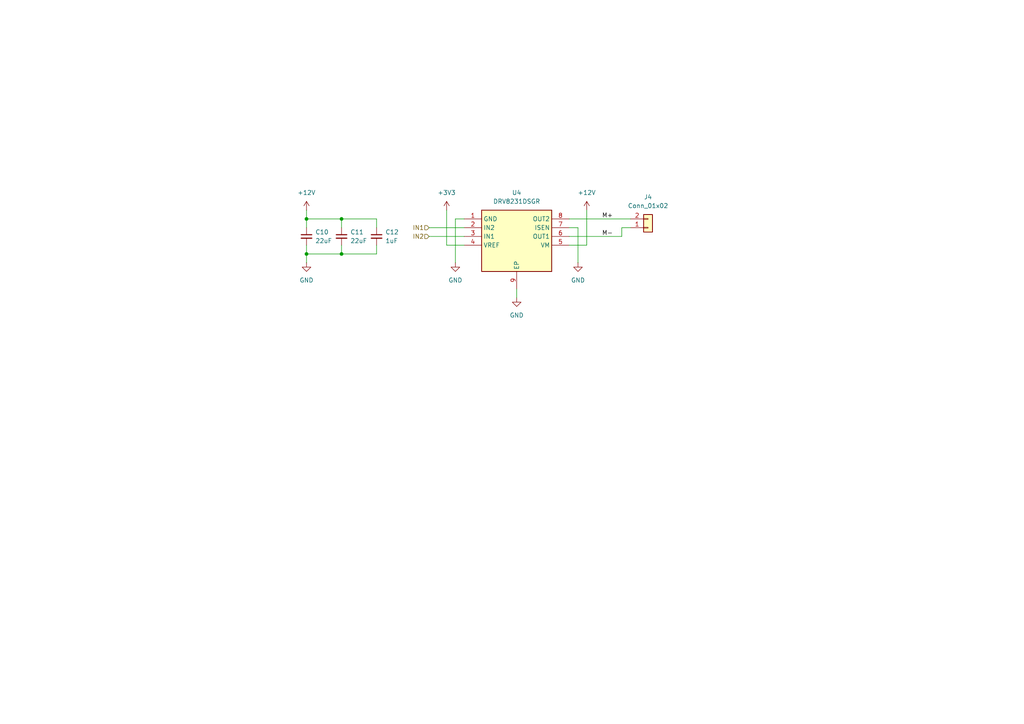
<source format=kicad_sch>
(kicad_sch (version 20250114) (generator "eeschema") (generator_version "9.0")
  (paper "A4")
  (lib_symbols
    (symbol "Connector_Generic:Conn_01x02" (pin_names (offset 1.016) (hide yes))
      (property "Reference" "J" (at 0 2.54 0))
      (property "Value" "Conn_01x02" (at 0 -5.08 0))
      (symbol "Conn_01x02_1_1"
        (rectangle (start -1.27 1.27) (end 1.27 -3.81) (stroke (width 0.254)) (fill (type background)))
        (rectangle (start -1.27 0.127) (end 0 -0.127) (stroke (width 0.1524)))
        (rectangle (start -1.27 -2.413) (end 0 -2.667) (stroke (width 0.1524)))
        (pin passive line (at -5.08 0 0) (length 3.81) (name "Pin_1") (number "1"))
        (pin passive line (at -5.08 -2.54 0) (length 3.81) (name "Pin_2") (number "2"))
      )
    )
    (symbol "DRV8231DSGR:DRV8231DSGR"
      (property "Reference" "U" (at 26.67 7.62 0))
      (property "Value" "DRV8231DSGR" (at 26.67 5.08 0))
      (symbol "DRV8231DSGR_1_1"
        (rectangle (start 5.08 2.54) (end 25.4 -15.24) (stroke (width 0.254)) (fill (type background)))
        (pin passive line (at 0 0 0) (length 5.08) (name "GND") (number "1"))
        (pin passive line (at 0 -2.54 0) (length 5.08) (name "IN2") (number "2"))
        (pin passive line (at 0 -5.08 0) (length 5.08) (name "IN1") (number "3"))
        (pin passive line (at 0 -7.62 0) (length 5.08) (name "VREF") (number "4"))
        (pin passive line (at 15.24 -20.32 90) (length 5.08) (name "EP") (number "9"))
        (pin passive line (at 30.48 0 180) (length 5.08) (name "OUT2") (number "8"))
        (pin passive line (at 30.48 -2.54 180) (length 5.08) (name "ISEN") (number "7"))
        (pin passive line (at 30.48 -5.08 180) (length 5.08) (name "OUT1") (number "6"))
        (pin passive line (at 30.48 -7.62 180) (length 5.08) (name "VM") (number "5"))
      )
    )
    (symbol "Device:C_Small" (pin_numbers (hide yes)) (pin_names (offset 0.254) (hide yes))
      (property "Reference" "C" (at 0.254 1.778 0))
      (property "Value" "C_Small" (at 0.254 -2.032 0))
      (symbol "C_Small_0_1"
        (polyline (pts (xy -1.524 0.508) (xy 1.524 0.508)) (stroke (width 0.3048)))
        (polyline (pts (xy -1.524 -0.508) (xy 1.524 -0.508)) (stroke (width 0.3302)))
      )
      (symbol "C_Small_1_1"
        (pin passive line (at 0 2.54 270) (length 2.032) (name "~") (number "1"))
        (pin passive line (at 0 -2.54 90) (length 2.032) (name "~") (number "2"))
      )
    )
    (symbol "power:+12V" (power) (pin_numbers (hide yes)) (pin_names (offset 0) (hide yes))
      (property "Value" "+12V" (at 0 3.556 0))
      (symbol "+12V_0_1"
        (polyline (pts (xy -0.762 1.27) (xy 0 2.54)))
        (polyline (pts (xy 0 2.54) (xy 0.762 1.27)))
        (polyline (pts (xy 0 0) (xy 0 2.54)))
      )
      (symbol "+12V_1_1"
        (pin power_in line (at 0 0 90) (length 0) (name "~") (number "1"))
      )
    )
    (symbol "power:+3V3" (power) (pin_numbers (hide yes)) (pin_names (offset 0) (hide yes))
      (property "Value" "+3V3" (at 0 3.556 0))
      (symbol "+3V3_0_1"
        (polyline (pts (xy -0.762 1.27) (xy 0 2.54)))
        (polyline (pts (xy 0 2.54) (xy 0.762 1.27)))
        (polyline (pts (xy 0 0) (xy 0 2.54)))
      )
      (symbol "+3V3_1_1"
        (pin power_in line (at 0 0 90) (length 0) (name "~") (number "1"))
      )
    )
    (symbol "power:GND" (power) (pin_numbers (hide yes)) (pin_names (offset 0) (hide yes))
      (property "Value" "GND" (at 0 -3.81 0))
      (symbol "GND_0_1"
        (polyline (pts (xy 0 0) (xy 0 -1.27) (xy 1.27 -1.27) (xy 0 -2.54) (xy -1.27 -1.27) (xy 0 -1.27)))
      )
      (symbol "GND_1_1"
        (pin power_in line (at 0 0 270) (length 0) (name "~") (number "1"))
      )
    )
  )
  (junction (at 99.06 73.66))
  (junction (at 99.06 63.5))
  (junction (at 88.9 63.5))
  (junction (at 88.9 73.66))
  (wire (pts (xy 88.9 73.66) (xy 99.06 73.66)))
  (wire (pts (xy 88.9 63.5) (xy 99.06 63.5)))
  (wire (pts (xy 167.64 66.04) (xy 165.1 66.04)))
  (wire (pts (xy 99.06 73.66) (xy 109.22 73.66)))
  (wire (pts (xy 167.64 76.2) (xy 167.64 66.04)))
  (wire (pts (xy 88.9 73.66) (xy 88.9 76.2)))
  (wire (pts (xy 165.1 63.5) (xy 182.88 63.5)))
  (wire (pts (xy 129.54 71.12) (xy 134.62 71.12)))
  (wire (pts (xy 149.86 83.82) (xy 149.86 86.36)))
  (wire (pts (xy 99.06 63.5) (xy 109.22 63.5)))
  (wire (pts (xy 88.9 71.12) (xy 88.9 73.66)))
  (wire (pts (xy 170.18 71.12) (xy 165.1 71.12)))
  (wire (pts (xy 170.18 60.96) (xy 170.18 71.12)))
  (wire (pts (xy 124.46 66.04) (xy 134.62 66.04)))
  (wire (pts (xy 129.54 60.96) (xy 129.54 71.12)))
  (wire (pts (xy 109.22 71.12) (xy 109.22 73.66)))
  (wire (pts (xy 132.08 63.5) (xy 134.62 63.5)))
  (wire (pts (xy 99.06 71.12) (xy 99.06 73.66)))
  (wire (pts (xy 180.34 66.04) (xy 182.88 66.04)))
  (wire (pts (xy 165.1 68.58) (xy 180.34 68.58)))
  (wire (pts (xy 88.9 63.5) (xy 88.9 66.04)))
  (wire (pts (xy 109.22 63.5) (xy 109.22 66.04)))
  (wire (pts (xy 88.9 63.5) (xy 88.9 60.96)))
  (wire (pts (xy 180.34 68.58) (xy 180.34 66.04)))
  (wire (pts (xy 99.06 63.5) (xy 99.06 66.04)))
  (wire (pts (xy 124.46 68.58) (xy 134.62 68.58)))
  (wire (pts (xy 132.08 76.2) (xy 132.08 63.5)))
  (label "M+" (at 177.8 63.5 180))
  (label "M-" (at 177.8 68.58 180))
  (hierarchical_label "IN1" (shape input) (at 124.46 66.04 180))
  (hierarchical_label "IN2" (shape input) (at 124.46 68.58 180))
  (symbol (lib_id "power:GND") (at 149.86 86.36 0) (unit 1)
    (property "Reference" "#PWR05" (effects (hide yes)))
    (property "Value" "GND" (at 149.86 91.44 0))
    (property "Description" "Power symbol creates a global label with name \"GND\" , ground" (effects (hide yes)))
    (instances (project "alarmbot" (path "" (reference "#PWR026") (unit 1)) (path "" (reference "#PWR05") (unit 1)) (path "" (reference "#PWR019") (unit 1)) (path "" (reference "#PWR012") (unit 1))))
  )
  (symbol (lib_id "power:GND") (at 167.64 76.2 0) (unit 1)
    (property "Reference" "#PWR06" (effects (hide yes)))
    (property "Value" "GND" (at 167.64 81.28 0))
    (property "Description" "Power symbol creates a global label with name \"GND\" , ground" (effects (hide yes)))
    (instances (project "alarmbot" (path "" (reference "#PWR027") (unit 1)) (path "" (reference "#PWR06") (unit 1)) (path "" (reference "#PWR020") (unit 1)) (path "" (reference "#PWR013") (unit 1))))
  )
  (symbol (lib_id "Device:C_Small") (at 99.06 68.58 0) (unit 1)
    (property "Reference" "C2" (at 101.6 67.3162 0) (effects (justify left)))
    (property "Value" "22uF" (at 101.6 69.8562 0) (effects (justify left)))
    (property "Footprint" "Capacitor_SMD:C_1206_3216Metric" (effects (hide yes)))
    (property "Description" "Unpolarized capacitor, small symbol" (effects (hide yes)))
    (property "LCSC" "C12891" (effects (hide yes)))
    (instances (project "alarmbot" (path "" (reference "C11") (unit 1)) (path "" (reference "C2") (unit 1)) (path "" (reference "C8") (unit 1)) (path "" (reference "C5") (unit 1))))
  )
  (symbol (lib_id "Connector_Generic:Conn_01x02") (at 187.96 66.04 0) (mirror x) (unit 1)
    (property "Reference" "J1" (at 187.96 57.15 0))
    (property "Value" "Conn_01x02" (at 187.96 59.69 0))
    (property "Footprint" "Connector_JST:JST_VH_S2P-VH_1x02_P3.96mm_Horizontal" (effects (hide yes)))
    (property "Description" "Generic connector, single row, 01x02, script generated (kicad-library-utils/schlib/autogen/connector/)" (effects (hide yes)))
    (property "LCSC" " C158007" (effects (hide yes)))
    (instances (project "alarmbot" (path "" (reference "J4") (unit 1)) (path "" (reference "J1") (unit 1)) (path "" (reference "J3") (unit 1)) (path "" (reference "J2") (unit 1))))
  )
  (symbol (lib_id "Device:C_Small") (at 109.22 68.58 0) (unit 1)
    (property "Reference" "C3" (at 111.76 67.3162 0) (effects (justify left)))
    (property "Value" "1uF" (at 111.76 69.8562 0) (effects (justify left)))
    (property "Footprint" "Capacitor_SMD:C_0402_1005Metric" (effects (hide yes)))
    (property "Description" "Unpolarized capacitor, small symbol" (effects (hide yes)))
    (property "LCSC" "C52923" (effects (hide yes)))
    (instances (project "alarmbot" (path "" (reference "C12") (unit 1)) (path "" (reference "C3") (unit 1)) (path "" (reference "C9") (unit 1)) (path "" (reference "C6") (unit 1))))
  )
  (symbol (lib_id "power:GND") (at 132.08 76.2 0) (unit 1)
    (property "Reference" "#PWR04" (effects (hide yes)))
    (property "Value" "GND" (at 132.08 81.28 0))
    (property "Description" "Power symbol creates a global label with name \"GND\" , ground" (effects (hide yes)))
    (instances (project "alarmbot" (path "" (reference "#PWR025") (unit 1)) (path "" (reference "#PWR04") (unit 1)) (path "" (reference "#PWR018") (unit 1)) (path "" (reference "#PWR011") (unit 1))))
  )
  (symbol (lib_id "Device:C_Small") (at 88.9 68.58 0) (unit 1)
    (property "Reference" "C1" (at 91.44 67.3162 0) (effects (justify left)))
    (property "Value" "22uF" (at 91.44 69.8562 0) (effects (justify left)))
    (property "Footprint" "Capacitor_SMD:C_1206_3216Metric" (effects (hide yes)))
    (property "Description" "Unpolarized capacitor, small symbol" (effects (hide yes)))
    (property "LCSC" "C12891" (effects (hide yes)))
    (instances (project "alarmbot" (path "" (reference "C10") (unit 1)) (path "" (reference "C1") (unit 1)) (path "" (reference "C7") (unit 1)) (path "" (reference "C4") (unit 1))))
  )
  (symbol (lib_id "power:+3V3") (at 129.54 60.96 0) (unit 1)
    (property "Reference" "#PWR03" (effects (hide yes)))
    (property "Value" "+3V3" (at 129.54 55.88 0))
    (property "Description" "Power symbol creates a global label with name \"+3V3\"" (effects (hide yes)))
    (instances (project "alarmbot" (path "" (reference "#PWR024") (unit 1)) (path "" (reference "#PWR03") (unit 1)) (path "" (reference "#PWR017") (unit 1)) (path "" (reference "#PWR010") (unit 1))))
  )
  (symbol (lib_id "power:GND") (at 88.9 76.2 0) (unit 1)
    (property "Reference" "#PWR02" (effects (hide yes)))
    (property "Value" "GND" (at 88.9 81.28 0))
    (property "Description" "Power symbol creates a global label with name \"GND\" , ground" (effects (hide yes)))
    (instances (project "alarmbot" (path "" (reference "#PWR023") (unit 1)) (path "" (reference "#PWR02") (unit 1)) (path "" (reference "#PWR016") (unit 1)) (path "" (reference "#PWR09") (unit 1))))
  )
  (symbol (lib_id "power:+12V") (at 170.18 60.96 0) (unit 1)
    (property "Reference" "#PWR07" (effects (hide yes)))
    (property "Value" "+12V" (at 170.18 55.88 0))
    (property "Description" "Power symbol creates a global label with name \"+12V\"" (effects (hide yes)))
    (instances (project "alarmbot" (path "" (reference "#PWR028") (unit 1)) (path "" (reference "#PWR07") (unit 1)) (path "" (reference "#PWR021") (unit 1)) (path "" (reference "#PWR014") (unit 1))))
  )
  (symbol (lib_id "DRV8231DSGR:DRV8231DSGR") (at 134.62 63.5 0) (unit 1)
    (property "Reference" "U1" (at 149.86 55.88 0))
    (property "Value" "DRV8231DSGR" (at 149.86 58.42 0))
    (property "Footprint" "SON50P200X200X80-9N" (effects (hide yes)))
    (property "Datasheet" "https://www.ti.com/lit/ds/symlink/drv8231.pdf?ts=1643945665240&ref_url=https%253A%252F%252Fwww.ti.com%252Fstore%252Fti%252Fen%252Fp%252Fproduct%252F%253Fp%253DDRV8231DSGR" (effects (hide yes)))
    (property "Description" "DRV8231 3.7-A Brushed DC Motor Driver with Integrated Current Regulation" (effects (hide yes)))
    (property "Height" "0.8" (effects (hide yes)))
    (property "Manufacturer_Name" "Texas Instruments" (effects (hide yes)))
    (property "Manufacturer_Part_Number" "DRV8231DSGR" (effects (hide yes)))
    (property "Mouser Part Number" "595-DRV8231DSGR" (effects (hide yes)))
    (property "Mouser Price/Stock" "https://www.mouser.co.uk/ProductDetail/Texas-Instruments/DRV8231DSGR?qs=Rp5uXu7WBW9UOUmemvX%2FXg%3D%3D" (effects (hide yes)))
    (property "Arrow Part Number" "DRV8231DSGR" (effects (hide yes)))
    (property "Arrow Price/Stock" "https://www.arrow.com/en/products/drv8231dsgr/texas-instruments?region=nac" (effects (hide yes)))
    (instances (project "" (path "" (reference "U4") (unit 1)) (path "" (reference "U1") (unit 1)) (path "" (reference "U3") (unit 1)) (path "" (reference "U2") (unit 1))))
  )
  (symbol (lib_id "power:+12V") (at 88.9 60.96 0) (unit 1)
    (property "Reference" "#PWR01" (effects (hide yes)))
    (property "Value" "+12V" (at 88.9 55.88 0))
    (property "Description" "Power symbol creates a global label with name \"+12V\"" (effects (hide yes)))
    (instances (project "alarmbot" (path "" (reference "#PWR022") (unit 1)) (path "" (reference "#PWR01") (unit 1)) (path "" (reference "#PWR015") (unit 1)) (path "" (reference "#PWR08") (unit 1))))
  )
)
</source>
